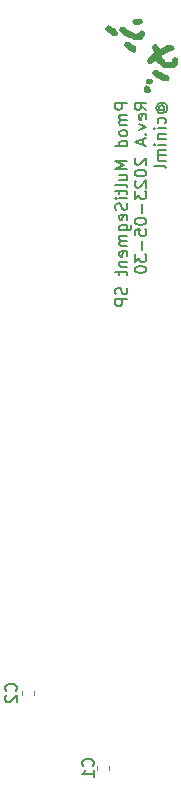
<source format=gbo>
G04 #@! TF.GenerationSoftware,KiCad,Pcbnew,7.0.1*
G04 #@! TF.CreationDate,2023-05-31T01:27:01+09:00*
G04 #@! TF.ProjectId,Pmod_MultiSegment_SinglePort,506d6f64-5f4d-4756-9c74-695365676d65,rev?*
G04 #@! TF.SameCoordinates,Original*
G04 #@! TF.FileFunction,Legend,Bot*
G04 #@! TF.FilePolarity,Positive*
%FSLAX46Y46*%
G04 Gerber Fmt 4.6, Leading zero omitted, Abs format (unit mm)*
G04 Created by KiCad (PCBNEW 7.0.1) date 2023-05-31 01:27:01*
%MOMM*%
%LPD*%
G01*
G04 APERTURE LIST*
%ADD10C,0.150000*%
%ADD11C,0.120000*%
%ADD12C,0.010000*%
G04 APERTURE END LIST*
D10*
X16622619Y27701904D02*
X15622619Y27701904D01*
X15622619Y27701904D02*
X15622619Y27320952D01*
X15622619Y27320952D02*
X15670238Y27225714D01*
X15670238Y27225714D02*
X15717857Y27178095D01*
X15717857Y27178095D02*
X15813095Y27130476D01*
X15813095Y27130476D02*
X15955952Y27130476D01*
X15955952Y27130476D02*
X16051190Y27178095D01*
X16051190Y27178095D02*
X16098809Y27225714D01*
X16098809Y27225714D02*
X16146428Y27320952D01*
X16146428Y27320952D02*
X16146428Y27701904D01*
X16622619Y26701904D02*
X15955952Y26701904D01*
X16051190Y26701904D02*
X16003571Y26654285D01*
X16003571Y26654285D02*
X15955952Y26559047D01*
X15955952Y26559047D02*
X15955952Y26416190D01*
X15955952Y26416190D02*
X16003571Y26320952D01*
X16003571Y26320952D02*
X16098809Y26273333D01*
X16098809Y26273333D02*
X16622619Y26273333D01*
X16098809Y26273333D02*
X16003571Y26225714D01*
X16003571Y26225714D02*
X15955952Y26130476D01*
X15955952Y26130476D02*
X15955952Y25987619D01*
X15955952Y25987619D02*
X16003571Y25892380D01*
X16003571Y25892380D02*
X16098809Y25844761D01*
X16098809Y25844761D02*
X16622619Y25844761D01*
X16622619Y25225714D02*
X16575000Y25320952D01*
X16575000Y25320952D02*
X16527380Y25368571D01*
X16527380Y25368571D02*
X16432142Y25416190D01*
X16432142Y25416190D02*
X16146428Y25416190D01*
X16146428Y25416190D02*
X16051190Y25368571D01*
X16051190Y25368571D02*
X16003571Y25320952D01*
X16003571Y25320952D02*
X15955952Y25225714D01*
X15955952Y25225714D02*
X15955952Y25082857D01*
X15955952Y25082857D02*
X16003571Y24987619D01*
X16003571Y24987619D02*
X16051190Y24940000D01*
X16051190Y24940000D02*
X16146428Y24892381D01*
X16146428Y24892381D02*
X16432142Y24892381D01*
X16432142Y24892381D02*
X16527380Y24940000D01*
X16527380Y24940000D02*
X16575000Y24987619D01*
X16575000Y24987619D02*
X16622619Y25082857D01*
X16622619Y25082857D02*
X16622619Y25225714D01*
X16622619Y24035238D02*
X15622619Y24035238D01*
X16575000Y24035238D02*
X16622619Y24130476D01*
X16622619Y24130476D02*
X16622619Y24320952D01*
X16622619Y24320952D02*
X16575000Y24416190D01*
X16575000Y24416190D02*
X16527380Y24463809D01*
X16527380Y24463809D02*
X16432142Y24511428D01*
X16432142Y24511428D02*
X16146428Y24511428D01*
X16146428Y24511428D02*
X16051190Y24463809D01*
X16051190Y24463809D02*
X16003571Y24416190D01*
X16003571Y24416190D02*
X15955952Y24320952D01*
X15955952Y24320952D02*
X15955952Y24130476D01*
X15955952Y24130476D02*
X16003571Y24035238D01*
X16622619Y22797142D02*
X15622619Y22797142D01*
X15622619Y22797142D02*
X16336904Y22463809D01*
X16336904Y22463809D02*
X15622619Y22130476D01*
X15622619Y22130476D02*
X16622619Y22130476D01*
X15955952Y21225714D02*
X16622619Y21225714D01*
X15955952Y21654285D02*
X16479761Y21654285D01*
X16479761Y21654285D02*
X16575000Y21606666D01*
X16575000Y21606666D02*
X16622619Y21511428D01*
X16622619Y21511428D02*
X16622619Y21368571D01*
X16622619Y21368571D02*
X16575000Y21273333D01*
X16575000Y21273333D02*
X16527380Y21225714D01*
X16622619Y20606666D02*
X16575000Y20701904D01*
X16575000Y20701904D02*
X16479761Y20749523D01*
X16479761Y20749523D02*
X15622619Y20749523D01*
X15955952Y20368570D02*
X15955952Y19987618D01*
X15622619Y20225713D02*
X16479761Y20225713D01*
X16479761Y20225713D02*
X16575000Y20178094D01*
X16575000Y20178094D02*
X16622619Y20082856D01*
X16622619Y20082856D02*
X16622619Y19987618D01*
X16622619Y19654284D02*
X15955952Y19654284D01*
X15622619Y19654284D02*
X15670238Y19701903D01*
X15670238Y19701903D02*
X15717857Y19654284D01*
X15717857Y19654284D02*
X15670238Y19606665D01*
X15670238Y19606665D02*
X15622619Y19654284D01*
X15622619Y19654284D02*
X15717857Y19654284D01*
X16575000Y19225713D02*
X16622619Y19082856D01*
X16622619Y19082856D02*
X16622619Y18844761D01*
X16622619Y18844761D02*
X16575000Y18749523D01*
X16575000Y18749523D02*
X16527380Y18701904D01*
X16527380Y18701904D02*
X16432142Y18654285D01*
X16432142Y18654285D02*
X16336904Y18654285D01*
X16336904Y18654285D02*
X16241666Y18701904D01*
X16241666Y18701904D02*
X16194047Y18749523D01*
X16194047Y18749523D02*
X16146428Y18844761D01*
X16146428Y18844761D02*
X16098809Y19035237D01*
X16098809Y19035237D02*
X16051190Y19130475D01*
X16051190Y19130475D02*
X16003571Y19178094D01*
X16003571Y19178094D02*
X15908333Y19225713D01*
X15908333Y19225713D02*
X15813095Y19225713D01*
X15813095Y19225713D02*
X15717857Y19178094D01*
X15717857Y19178094D02*
X15670238Y19130475D01*
X15670238Y19130475D02*
X15622619Y19035237D01*
X15622619Y19035237D02*
X15622619Y18797142D01*
X15622619Y18797142D02*
X15670238Y18654285D01*
X16575000Y17844761D02*
X16622619Y17939999D01*
X16622619Y17939999D02*
X16622619Y18130475D01*
X16622619Y18130475D02*
X16575000Y18225713D01*
X16575000Y18225713D02*
X16479761Y18273332D01*
X16479761Y18273332D02*
X16098809Y18273332D01*
X16098809Y18273332D02*
X16003571Y18225713D01*
X16003571Y18225713D02*
X15955952Y18130475D01*
X15955952Y18130475D02*
X15955952Y17939999D01*
X15955952Y17939999D02*
X16003571Y17844761D01*
X16003571Y17844761D02*
X16098809Y17797142D01*
X16098809Y17797142D02*
X16194047Y17797142D01*
X16194047Y17797142D02*
X16289285Y18273332D01*
X15955952Y16939999D02*
X16765476Y16939999D01*
X16765476Y16939999D02*
X16860714Y16987618D01*
X16860714Y16987618D02*
X16908333Y17035237D01*
X16908333Y17035237D02*
X16955952Y17130475D01*
X16955952Y17130475D02*
X16955952Y17273332D01*
X16955952Y17273332D02*
X16908333Y17368570D01*
X16575000Y16939999D02*
X16622619Y17035237D01*
X16622619Y17035237D02*
X16622619Y17225713D01*
X16622619Y17225713D02*
X16575000Y17320951D01*
X16575000Y17320951D02*
X16527380Y17368570D01*
X16527380Y17368570D02*
X16432142Y17416189D01*
X16432142Y17416189D02*
X16146428Y17416189D01*
X16146428Y17416189D02*
X16051190Y17368570D01*
X16051190Y17368570D02*
X16003571Y17320951D01*
X16003571Y17320951D02*
X15955952Y17225713D01*
X15955952Y17225713D02*
X15955952Y17035237D01*
X15955952Y17035237D02*
X16003571Y16939999D01*
X16622619Y16463808D02*
X15955952Y16463808D01*
X16051190Y16463808D02*
X16003571Y16416189D01*
X16003571Y16416189D02*
X15955952Y16320951D01*
X15955952Y16320951D02*
X15955952Y16178094D01*
X15955952Y16178094D02*
X16003571Y16082856D01*
X16003571Y16082856D02*
X16098809Y16035237D01*
X16098809Y16035237D02*
X16622619Y16035237D01*
X16098809Y16035237D02*
X16003571Y15987618D01*
X16003571Y15987618D02*
X15955952Y15892380D01*
X15955952Y15892380D02*
X15955952Y15749523D01*
X15955952Y15749523D02*
X16003571Y15654284D01*
X16003571Y15654284D02*
X16098809Y15606665D01*
X16098809Y15606665D02*
X16622619Y15606665D01*
X16575000Y14749523D02*
X16622619Y14844761D01*
X16622619Y14844761D02*
X16622619Y15035237D01*
X16622619Y15035237D02*
X16575000Y15130475D01*
X16575000Y15130475D02*
X16479761Y15178094D01*
X16479761Y15178094D02*
X16098809Y15178094D01*
X16098809Y15178094D02*
X16003571Y15130475D01*
X16003571Y15130475D02*
X15955952Y15035237D01*
X15955952Y15035237D02*
X15955952Y14844761D01*
X15955952Y14844761D02*
X16003571Y14749523D01*
X16003571Y14749523D02*
X16098809Y14701904D01*
X16098809Y14701904D02*
X16194047Y14701904D01*
X16194047Y14701904D02*
X16289285Y15178094D01*
X15955952Y14273332D02*
X16622619Y14273332D01*
X16051190Y14273332D02*
X16003571Y14225713D01*
X16003571Y14225713D02*
X15955952Y14130475D01*
X15955952Y14130475D02*
X15955952Y13987618D01*
X15955952Y13987618D02*
X16003571Y13892380D01*
X16003571Y13892380D02*
X16098809Y13844761D01*
X16098809Y13844761D02*
X16622619Y13844761D01*
X15955952Y13511427D02*
X15955952Y13130475D01*
X15622619Y13368570D02*
X16479761Y13368570D01*
X16479761Y13368570D02*
X16575000Y13320951D01*
X16575000Y13320951D02*
X16622619Y13225713D01*
X16622619Y13225713D02*
X16622619Y13130475D01*
X16575000Y12082855D02*
X16622619Y11939998D01*
X16622619Y11939998D02*
X16622619Y11701903D01*
X16622619Y11701903D02*
X16575000Y11606665D01*
X16575000Y11606665D02*
X16527380Y11559046D01*
X16527380Y11559046D02*
X16432142Y11511427D01*
X16432142Y11511427D02*
X16336904Y11511427D01*
X16336904Y11511427D02*
X16241666Y11559046D01*
X16241666Y11559046D02*
X16194047Y11606665D01*
X16194047Y11606665D02*
X16146428Y11701903D01*
X16146428Y11701903D02*
X16098809Y11892379D01*
X16098809Y11892379D02*
X16051190Y11987617D01*
X16051190Y11987617D02*
X16003571Y12035236D01*
X16003571Y12035236D02*
X15908333Y12082855D01*
X15908333Y12082855D02*
X15813095Y12082855D01*
X15813095Y12082855D02*
X15717857Y12035236D01*
X15717857Y12035236D02*
X15670238Y11987617D01*
X15670238Y11987617D02*
X15622619Y11892379D01*
X15622619Y11892379D02*
X15622619Y11654284D01*
X15622619Y11654284D02*
X15670238Y11511427D01*
X16622619Y11082855D02*
X15622619Y11082855D01*
X15622619Y11082855D02*
X15622619Y10701903D01*
X15622619Y10701903D02*
X15670238Y10606665D01*
X15670238Y10606665D02*
X15717857Y10559046D01*
X15717857Y10559046D02*
X15813095Y10511427D01*
X15813095Y10511427D02*
X15955952Y10511427D01*
X15955952Y10511427D02*
X16051190Y10559046D01*
X16051190Y10559046D02*
X16098809Y10606665D01*
X16098809Y10606665D02*
X16146428Y10701903D01*
X16146428Y10701903D02*
X16146428Y11082855D01*
X18242619Y27130476D02*
X17766428Y27463809D01*
X18242619Y27701904D02*
X17242619Y27701904D01*
X17242619Y27701904D02*
X17242619Y27320952D01*
X17242619Y27320952D02*
X17290238Y27225714D01*
X17290238Y27225714D02*
X17337857Y27178095D01*
X17337857Y27178095D02*
X17433095Y27130476D01*
X17433095Y27130476D02*
X17575952Y27130476D01*
X17575952Y27130476D02*
X17671190Y27178095D01*
X17671190Y27178095D02*
X17718809Y27225714D01*
X17718809Y27225714D02*
X17766428Y27320952D01*
X17766428Y27320952D02*
X17766428Y27701904D01*
X18195000Y26320952D02*
X18242619Y26416190D01*
X18242619Y26416190D02*
X18242619Y26606666D01*
X18242619Y26606666D02*
X18195000Y26701904D01*
X18195000Y26701904D02*
X18099761Y26749523D01*
X18099761Y26749523D02*
X17718809Y26749523D01*
X17718809Y26749523D02*
X17623571Y26701904D01*
X17623571Y26701904D02*
X17575952Y26606666D01*
X17575952Y26606666D02*
X17575952Y26416190D01*
X17575952Y26416190D02*
X17623571Y26320952D01*
X17623571Y26320952D02*
X17718809Y26273333D01*
X17718809Y26273333D02*
X17814047Y26273333D01*
X17814047Y26273333D02*
X17909285Y26749523D01*
X17575952Y25939999D02*
X18242619Y25701904D01*
X18242619Y25701904D02*
X17575952Y25463809D01*
X18147380Y25082856D02*
X18195000Y25035237D01*
X18195000Y25035237D02*
X18242619Y25082856D01*
X18242619Y25082856D02*
X18195000Y25130475D01*
X18195000Y25130475D02*
X18147380Y25082856D01*
X18147380Y25082856D02*
X18242619Y25082856D01*
X17956904Y24654285D02*
X17956904Y24178095D01*
X18242619Y24749523D02*
X17242619Y24416190D01*
X17242619Y24416190D02*
X18242619Y24082857D01*
X17337857Y23035237D02*
X17290238Y22987618D01*
X17290238Y22987618D02*
X17242619Y22892380D01*
X17242619Y22892380D02*
X17242619Y22654285D01*
X17242619Y22654285D02*
X17290238Y22559047D01*
X17290238Y22559047D02*
X17337857Y22511428D01*
X17337857Y22511428D02*
X17433095Y22463809D01*
X17433095Y22463809D02*
X17528333Y22463809D01*
X17528333Y22463809D02*
X17671190Y22511428D01*
X17671190Y22511428D02*
X18242619Y23082856D01*
X18242619Y23082856D02*
X18242619Y22463809D01*
X17242619Y21844761D02*
X17242619Y21749523D01*
X17242619Y21749523D02*
X17290238Y21654285D01*
X17290238Y21654285D02*
X17337857Y21606666D01*
X17337857Y21606666D02*
X17433095Y21559047D01*
X17433095Y21559047D02*
X17623571Y21511428D01*
X17623571Y21511428D02*
X17861666Y21511428D01*
X17861666Y21511428D02*
X18052142Y21559047D01*
X18052142Y21559047D02*
X18147380Y21606666D01*
X18147380Y21606666D02*
X18195000Y21654285D01*
X18195000Y21654285D02*
X18242619Y21749523D01*
X18242619Y21749523D02*
X18242619Y21844761D01*
X18242619Y21844761D02*
X18195000Y21939999D01*
X18195000Y21939999D02*
X18147380Y21987618D01*
X18147380Y21987618D02*
X18052142Y22035237D01*
X18052142Y22035237D02*
X17861666Y22082856D01*
X17861666Y22082856D02*
X17623571Y22082856D01*
X17623571Y22082856D02*
X17433095Y22035237D01*
X17433095Y22035237D02*
X17337857Y21987618D01*
X17337857Y21987618D02*
X17290238Y21939999D01*
X17290238Y21939999D02*
X17242619Y21844761D01*
X17337857Y21130475D02*
X17290238Y21082856D01*
X17290238Y21082856D02*
X17242619Y20987618D01*
X17242619Y20987618D02*
X17242619Y20749523D01*
X17242619Y20749523D02*
X17290238Y20654285D01*
X17290238Y20654285D02*
X17337857Y20606666D01*
X17337857Y20606666D02*
X17433095Y20559047D01*
X17433095Y20559047D02*
X17528333Y20559047D01*
X17528333Y20559047D02*
X17671190Y20606666D01*
X17671190Y20606666D02*
X18242619Y21178094D01*
X18242619Y21178094D02*
X18242619Y20559047D01*
X17242619Y20225713D02*
X17242619Y19606666D01*
X17242619Y19606666D02*
X17623571Y19939999D01*
X17623571Y19939999D02*
X17623571Y19797142D01*
X17623571Y19797142D02*
X17671190Y19701904D01*
X17671190Y19701904D02*
X17718809Y19654285D01*
X17718809Y19654285D02*
X17814047Y19606666D01*
X17814047Y19606666D02*
X18052142Y19606666D01*
X18052142Y19606666D02*
X18147380Y19654285D01*
X18147380Y19654285D02*
X18195000Y19701904D01*
X18195000Y19701904D02*
X18242619Y19797142D01*
X18242619Y19797142D02*
X18242619Y20082856D01*
X18242619Y20082856D02*
X18195000Y20178094D01*
X18195000Y20178094D02*
X18147380Y20225713D01*
X17861666Y19178094D02*
X17861666Y18416190D01*
X17242619Y17749523D02*
X17242619Y17654285D01*
X17242619Y17654285D02*
X17290238Y17559047D01*
X17290238Y17559047D02*
X17337857Y17511428D01*
X17337857Y17511428D02*
X17433095Y17463809D01*
X17433095Y17463809D02*
X17623571Y17416190D01*
X17623571Y17416190D02*
X17861666Y17416190D01*
X17861666Y17416190D02*
X18052142Y17463809D01*
X18052142Y17463809D02*
X18147380Y17511428D01*
X18147380Y17511428D02*
X18195000Y17559047D01*
X18195000Y17559047D02*
X18242619Y17654285D01*
X18242619Y17654285D02*
X18242619Y17749523D01*
X18242619Y17749523D02*
X18195000Y17844761D01*
X18195000Y17844761D02*
X18147380Y17892380D01*
X18147380Y17892380D02*
X18052142Y17939999D01*
X18052142Y17939999D02*
X17861666Y17987618D01*
X17861666Y17987618D02*
X17623571Y17987618D01*
X17623571Y17987618D02*
X17433095Y17939999D01*
X17433095Y17939999D02*
X17337857Y17892380D01*
X17337857Y17892380D02*
X17290238Y17844761D01*
X17290238Y17844761D02*
X17242619Y17749523D01*
X17242619Y16511428D02*
X17242619Y16987618D01*
X17242619Y16987618D02*
X17718809Y17035237D01*
X17718809Y17035237D02*
X17671190Y16987618D01*
X17671190Y16987618D02*
X17623571Y16892380D01*
X17623571Y16892380D02*
X17623571Y16654285D01*
X17623571Y16654285D02*
X17671190Y16559047D01*
X17671190Y16559047D02*
X17718809Y16511428D01*
X17718809Y16511428D02*
X17814047Y16463809D01*
X17814047Y16463809D02*
X18052142Y16463809D01*
X18052142Y16463809D02*
X18147380Y16511428D01*
X18147380Y16511428D02*
X18195000Y16559047D01*
X18195000Y16559047D02*
X18242619Y16654285D01*
X18242619Y16654285D02*
X18242619Y16892380D01*
X18242619Y16892380D02*
X18195000Y16987618D01*
X18195000Y16987618D02*
X18147380Y17035237D01*
X17861666Y16035237D02*
X17861666Y15273333D01*
X17242619Y14892380D02*
X17242619Y14273333D01*
X17242619Y14273333D02*
X17623571Y14606666D01*
X17623571Y14606666D02*
X17623571Y14463809D01*
X17623571Y14463809D02*
X17671190Y14368571D01*
X17671190Y14368571D02*
X17718809Y14320952D01*
X17718809Y14320952D02*
X17814047Y14273333D01*
X17814047Y14273333D02*
X18052142Y14273333D01*
X18052142Y14273333D02*
X18147380Y14320952D01*
X18147380Y14320952D02*
X18195000Y14368571D01*
X18195000Y14368571D02*
X18242619Y14463809D01*
X18242619Y14463809D02*
X18242619Y14749523D01*
X18242619Y14749523D02*
X18195000Y14844761D01*
X18195000Y14844761D02*
X18147380Y14892380D01*
X17242619Y13654285D02*
X17242619Y13559047D01*
X17242619Y13559047D02*
X17290238Y13463809D01*
X17290238Y13463809D02*
X17337857Y13416190D01*
X17337857Y13416190D02*
X17433095Y13368571D01*
X17433095Y13368571D02*
X17623571Y13320952D01*
X17623571Y13320952D02*
X17861666Y13320952D01*
X17861666Y13320952D02*
X18052142Y13368571D01*
X18052142Y13368571D02*
X18147380Y13416190D01*
X18147380Y13416190D02*
X18195000Y13463809D01*
X18195000Y13463809D02*
X18242619Y13559047D01*
X18242619Y13559047D02*
X18242619Y13654285D01*
X18242619Y13654285D02*
X18195000Y13749523D01*
X18195000Y13749523D02*
X18147380Y13797142D01*
X18147380Y13797142D02*
X18052142Y13844761D01*
X18052142Y13844761D02*
X17861666Y13892380D01*
X17861666Y13892380D02*
X17623571Y13892380D01*
X17623571Y13892380D02*
X17433095Y13844761D01*
X17433095Y13844761D02*
X17337857Y13797142D01*
X17337857Y13797142D02*
X17290238Y13749523D01*
X17290238Y13749523D02*
X17242619Y13654285D01*
X19386428Y27082857D02*
X19338809Y27130476D01*
X19338809Y27130476D02*
X19291190Y27225714D01*
X19291190Y27225714D02*
X19291190Y27320952D01*
X19291190Y27320952D02*
X19338809Y27416190D01*
X19338809Y27416190D02*
X19386428Y27463809D01*
X19386428Y27463809D02*
X19481666Y27511428D01*
X19481666Y27511428D02*
X19576904Y27511428D01*
X19576904Y27511428D02*
X19672142Y27463809D01*
X19672142Y27463809D02*
X19719761Y27416190D01*
X19719761Y27416190D02*
X19767380Y27320952D01*
X19767380Y27320952D02*
X19767380Y27225714D01*
X19767380Y27225714D02*
X19719761Y27130476D01*
X19719761Y27130476D02*
X19672142Y27082857D01*
X19291190Y27082857D02*
X19672142Y27082857D01*
X19672142Y27082857D02*
X19719761Y27035238D01*
X19719761Y27035238D02*
X19719761Y26987619D01*
X19719761Y26987619D02*
X19672142Y26892380D01*
X19672142Y26892380D02*
X19576904Y26844761D01*
X19576904Y26844761D02*
X19338809Y26844761D01*
X19338809Y26844761D02*
X19195952Y26940000D01*
X19195952Y26940000D02*
X19100714Y27082857D01*
X19100714Y27082857D02*
X19053095Y27273333D01*
X19053095Y27273333D02*
X19100714Y27463809D01*
X19100714Y27463809D02*
X19195952Y27606666D01*
X19195952Y27606666D02*
X19338809Y27701904D01*
X19338809Y27701904D02*
X19529285Y27749523D01*
X19529285Y27749523D02*
X19719761Y27701904D01*
X19719761Y27701904D02*
X19862619Y27606666D01*
X19862619Y27606666D02*
X19957857Y27463809D01*
X19957857Y27463809D02*
X20005476Y27273333D01*
X20005476Y27273333D02*
X19957857Y27082857D01*
X19957857Y27082857D02*
X19862619Y26940000D01*
X19815000Y25987619D02*
X19862619Y26082857D01*
X19862619Y26082857D02*
X19862619Y26273333D01*
X19862619Y26273333D02*
X19815000Y26368571D01*
X19815000Y26368571D02*
X19767380Y26416190D01*
X19767380Y26416190D02*
X19672142Y26463809D01*
X19672142Y26463809D02*
X19386428Y26463809D01*
X19386428Y26463809D02*
X19291190Y26416190D01*
X19291190Y26416190D02*
X19243571Y26368571D01*
X19243571Y26368571D02*
X19195952Y26273333D01*
X19195952Y26273333D02*
X19195952Y26082857D01*
X19195952Y26082857D02*
X19243571Y25987619D01*
X19862619Y25559047D02*
X19195952Y25559047D01*
X18862619Y25559047D02*
X18910238Y25606666D01*
X18910238Y25606666D02*
X18957857Y25559047D01*
X18957857Y25559047D02*
X18910238Y25511428D01*
X18910238Y25511428D02*
X18862619Y25559047D01*
X18862619Y25559047D02*
X18957857Y25559047D01*
X19195952Y25082857D02*
X19862619Y25082857D01*
X19291190Y25082857D02*
X19243571Y25035238D01*
X19243571Y25035238D02*
X19195952Y24940000D01*
X19195952Y24940000D02*
X19195952Y24797143D01*
X19195952Y24797143D02*
X19243571Y24701905D01*
X19243571Y24701905D02*
X19338809Y24654286D01*
X19338809Y24654286D02*
X19862619Y24654286D01*
X19862619Y24178095D02*
X19195952Y24178095D01*
X18862619Y24178095D02*
X18910238Y24225714D01*
X18910238Y24225714D02*
X18957857Y24178095D01*
X18957857Y24178095D02*
X18910238Y24130476D01*
X18910238Y24130476D02*
X18862619Y24178095D01*
X18862619Y24178095D02*
X18957857Y24178095D01*
X19862619Y23701905D02*
X19195952Y23701905D01*
X19291190Y23701905D02*
X19243571Y23654286D01*
X19243571Y23654286D02*
X19195952Y23559048D01*
X19195952Y23559048D02*
X19195952Y23416191D01*
X19195952Y23416191D02*
X19243571Y23320953D01*
X19243571Y23320953D02*
X19338809Y23273334D01*
X19338809Y23273334D02*
X19862619Y23273334D01*
X19338809Y23273334D02*
X19243571Y23225715D01*
X19243571Y23225715D02*
X19195952Y23130477D01*
X19195952Y23130477D02*
X19195952Y22987620D01*
X19195952Y22987620D02*
X19243571Y22892381D01*
X19243571Y22892381D02*
X19338809Y22844762D01*
X19338809Y22844762D02*
X19862619Y22844762D01*
X19862619Y22225715D02*
X19815000Y22320953D01*
X19815000Y22320953D02*
X19719761Y22368572D01*
X19719761Y22368572D02*
X18862619Y22368572D01*
G04 #@! TO.C,C2*
X7192380Y-22058333D02*
X7240000Y-22010714D01*
X7240000Y-22010714D02*
X7287619Y-21867857D01*
X7287619Y-21867857D02*
X7287619Y-21772619D01*
X7287619Y-21772619D02*
X7240000Y-21629762D01*
X7240000Y-21629762D02*
X7144761Y-21534524D01*
X7144761Y-21534524D02*
X7049523Y-21486905D01*
X7049523Y-21486905D02*
X6859047Y-21439286D01*
X6859047Y-21439286D02*
X6716190Y-21439286D01*
X6716190Y-21439286D02*
X6525714Y-21486905D01*
X6525714Y-21486905D02*
X6430476Y-21534524D01*
X6430476Y-21534524D02*
X6335238Y-21629762D01*
X6335238Y-21629762D02*
X6287619Y-21772619D01*
X6287619Y-21772619D02*
X6287619Y-21867857D01*
X6287619Y-21867857D02*
X6335238Y-22010714D01*
X6335238Y-22010714D02*
X6382857Y-22058333D01*
X6382857Y-22439286D02*
X6335238Y-22486905D01*
X6335238Y-22486905D02*
X6287619Y-22582143D01*
X6287619Y-22582143D02*
X6287619Y-22820238D01*
X6287619Y-22820238D02*
X6335238Y-22915476D01*
X6335238Y-22915476D02*
X6382857Y-22963095D01*
X6382857Y-22963095D02*
X6478095Y-23010714D01*
X6478095Y-23010714D02*
X6573333Y-23010714D01*
X6573333Y-23010714D02*
X6716190Y-22963095D01*
X6716190Y-22963095D02*
X7287619Y-22391667D01*
X7287619Y-22391667D02*
X7287619Y-23010714D01*
G04 #@! TO.C,C1*
X13702380Y-28408333D02*
X13750000Y-28360714D01*
X13750000Y-28360714D02*
X13797619Y-28217857D01*
X13797619Y-28217857D02*
X13797619Y-28122619D01*
X13797619Y-28122619D02*
X13750000Y-27979762D01*
X13750000Y-27979762D02*
X13654761Y-27884524D01*
X13654761Y-27884524D02*
X13559523Y-27836905D01*
X13559523Y-27836905D02*
X13369047Y-27789286D01*
X13369047Y-27789286D02*
X13226190Y-27789286D01*
X13226190Y-27789286D02*
X13035714Y-27836905D01*
X13035714Y-27836905D02*
X12940476Y-27884524D01*
X12940476Y-27884524D02*
X12845238Y-27979762D01*
X12845238Y-27979762D02*
X12797619Y-28122619D01*
X12797619Y-28122619D02*
X12797619Y-28217857D01*
X12797619Y-28217857D02*
X12845238Y-28360714D01*
X12845238Y-28360714D02*
X12892857Y-28408333D01*
X13797619Y-29360714D02*
X13797619Y-28789286D01*
X13797619Y-29075000D02*
X12797619Y-29075000D01*
X12797619Y-29075000D02*
X12940476Y-28979762D01*
X12940476Y-28979762D02*
X13035714Y-28884524D01*
X13035714Y-28884524D02*
X13083333Y-28789286D01*
D11*
G04 #@! TO.C,C2*
X8765000Y-22084420D02*
X8765000Y-22365580D01*
X7745000Y-22084420D02*
X7745000Y-22365580D01*
G04 #@! TO.C,C1*
X14095000Y-28715580D02*
X14095000Y-28434420D01*
X15115000Y-28715580D02*
X15115000Y-28434420D01*
G04 #@! TO.C,LOGO1*
D12*
X18529721Y29765175D02*
X18636972Y29715951D01*
X18691088Y29655464D01*
X18711334Y29565103D01*
X18707335Y29518002D01*
X18666684Y29432839D01*
X18581733Y29382055D01*
X18451927Y29365222D01*
X18445353Y29365235D01*
X18355002Y29371342D01*
X18295521Y29394738D01*
X18243223Y29444407D01*
X18211852Y29483466D01*
X18180560Y29548185D01*
X18192537Y29609841D01*
X18248176Y29687612D01*
X18291515Y29732931D01*
X18353551Y29766216D01*
X18441925Y29774444D01*
X18529721Y29765175D01*
G36*
X18529721Y29765175D02*
G01*
X18636972Y29715951D01*
X18691088Y29655464D01*
X18711334Y29565103D01*
X18707335Y29518002D01*
X18666684Y29432839D01*
X18581733Y29382055D01*
X18451927Y29365222D01*
X18445353Y29365235D01*
X18355002Y29371342D01*
X18295521Y29394738D01*
X18243223Y29444407D01*
X18211852Y29483466D01*
X18180560Y29548185D01*
X18192537Y29609841D01*
X18248176Y29687612D01*
X18291515Y29732931D01*
X18353551Y29766216D01*
X18441925Y29774444D01*
X18529721Y29765175D01*
G37*
X18277724Y29194982D02*
X18357949Y29147671D01*
X18456145Y29052798D01*
X18501382Y29002165D01*
X18546674Y28940198D01*
X18563104Y28889587D01*
X18558483Y28833602D01*
X18544971Y28760413D01*
X18536825Y28709055D01*
X18516614Y28690240D01*
X18449347Y28677766D01*
X18330632Y28673778D01*
X18128672Y28673778D01*
X18066205Y28798856D01*
X18043428Y28849286D01*
X18019814Y28955770D01*
X18044318Y29047960D01*
X18119113Y29139872D01*
X18136709Y29155827D01*
X18206850Y29196958D01*
X18277724Y29194982D01*
G36*
X18277724Y29194982D02*
G01*
X18357949Y29147671D01*
X18456145Y29052798D01*
X18501382Y29002165D01*
X18546674Y28940198D01*
X18563104Y28889587D01*
X18558483Y28833602D01*
X18544971Y28760413D01*
X18536825Y28709055D01*
X18516614Y28690240D01*
X18449347Y28677766D01*
X18330632Y28673778D01*
X18128672Y28673778D01*
X18066205Y28798856D01*
X18043428Y28849286D01*
X18019814Y28955770D01*
X18044318Y29047960D01*
X18119113Y29139872D01*
X18136709Y29155827D01*
X18206850Y29196958D01*
X18277724Y29194982D01*
G37*
X17494069Y34854331D02*
X17611630Y34851259D01*
X17690761Y34842145D01*
X17745605Y34824530D01*
X17790305Y34795951D01*
X17824945Y34760850D01*
X17863052Y34673103D01*
X17856831Y34579438D01*
X17805316Y34498985D01*
X17765983Y34472756D01*
X17706324Y34454341D01*
X17615355Y34442719D01*
X17480524Y34435434D01*
X17215084Y34425646D01*
X17130653Y34516030D01*
X17082561Y34571762D01*
X17052168Y34633435D01*
X17064694Y34692438D01*
X17119287Y34767612D01*
X17126562Y34776228D01*
X17161834Y34813910D01*
X17198454Y34837001D01*
X17250198Y34849073D01*
X17330838Y34853697D01*
X17454147Y34854444D01*
X17494069Y34854331D01*
G36*
X17494069Y34854331D02*
G01*
X17611630Y34851259D01*
X17690761Y34842145D01*
X17745605Y34824530D01*
X17790305Y34795951D01*
X17824945Y34760850D01*
X17863052Y34673103D01*
X17856831Y34579438D01*
X17805316Y34498985D01*
X17765983Y34472756D01*
X17706324Y34454341D01*
X17615355Y34442719D01*
X17480524Y34435434D01*
X17215084Y34425646D01*
X17130653Y34516030D01*
X17082561Y34571762D01*
X17052168Y34633435D01*
X17064694Y34692438D01*
X17119287Y34767612D01*
X17126562Y34776228D01*
X17161834Y34813910D01*
X17198454Y34837001D01*
X17250198Y34849073D01*
X17330838Y34853697D01*
X17454147Y34854444D01*
X17494069Y34854331D01*
G37*
X15040111Y34274508D02*
X15104366Y34235305D01*
X15171100Y34194002D01*
X15256339Y34160240D01*
X15284633Y34148229D01*
X15356787Y34101105D01*
X15447401Y34029064D01*
X15543389Y33942054D01*
X15580188Y33906184D01*
X15664594Y33819240D01*
X15715815Y33755189D01*
X15741175Y33703741D01*
X15748000Y33654604D01*
X15747440Y33637765D01*
X15716272Y33545162D01*
X15637485Y33482754D01*
X15511215Y33450657D01*
X15476204Y33447118D01*
X15418588Y33447559D01*
X15369528Y33464966D01*
X15312799Y33506918D01*
X15232176Y33580995D01*
X15223491Y33589127D01*
X15142102Y33658170D01*
X15071040Y33707022D01*
X15024831Y33725555D01*
X14956829Y33742390D01*
X14876708Y33801213D01*
X14812153Y33886828D01*
X14774793Y33982964D01*
X14776260Y34073349D01*
X14811558Y34142381D01*
X14869608Y34213148D01*
X14933727Y34267976D01*
X14987474Y34290000D01*
X15040111Y34274508D01*
G36*
X15040111Y34274508D02*
G01*
X15104366Y34235305D01*
X15171100Y34194002D01*
X15256339Y34160240D01*
X15284633Y34148229D01*
X15356787Y34101105D01*
X15447401Y34029064D01*
X15543389Y33942054D01*
X15580188Y33906184D01*
X15664594Y33819240D01*
X15715815Y33755189D01*
X15741175Y33703741D01*
X15748000Y33654604D01*
X15747440Y33637765D01*
X15716272Y33545162D01*
X15637485Y33482754D01*
X15511215Y33450657D01*
X15476204Y33447118D01*
X15418588Y33447559D01*
X15369528Y33464966D01*
X15312799Y33506918D01*
X15232176Y33580995D01*
X15223491Y33589127D01*
X15142102Y33658170D01*
X15071040Y33707022D01*
X15024831Y33725555D01*
X14956829Y33742390D01*
X14876708Y33801213D01*
X14812153Y33886828D01*
X14774793Y33982964D01*
X14776260Y34073349D01*
X14811558Y34142381D01*
X14869608Y34213148D01*
X14933727Y34267976D01*
X14987474Y34290000D01*
X15040111Y34274508D01*
G37*
X16661912Y32877173D02*
X16727449Y32862708D01*
X16790450Y32825428D01*
X16871043Y32755745D01*
X16937359Y32700318D01*
X17030962Y32636715D01*
X17109635Y32598363D01*
X17123513Y32593485D01*
X17203042Y32552299D01*
X17257802Y32503560D01*
X17268716Y32483647D01*
X17291504Y32400975D01*
X17300222Y32296102D01*
X17300107Y32275606D01*
X17293542Y32190053D01*
X17271354Y32135496D01*
X17225861Y32090715D01*
X17200869Y32071861D01*
X17134023Y32037938D01*
X17073642Y32046770D01*
X16998999Y32099124D01*
X16996526Y32101172D01*
X16914986Y32152903D01*
X16830798Y32185309D01*
X16818479Y32189226D01*
X16755821Y32226090D01*
X16673488Y32290502D01*
X16582165Y32372071D01*
X16492537Y32460403D01*
X16415288Y32545105D01*
X16361103Y32615785D01*
X16340667Y32662049D01*
X16341893Y32671379D01*
X16366813Y32726154D01*
X16413731Y32792057D01*
X16462755Y32842204D01*
X16523628Y32871719D01*
X16612496Y32878889D01*
X16661912Y32877173D01*
G36*
X16661912Y32877173D02*
G01*
X16727449Y32862708D01*
X16790450Y32825428D01*
X16871043Y32755745D01*
X16937359Y32700318D01*
X17030962Y32636715D01*
X17109635Y32598363D01*
X17123513Y32593485D01*
X17203042Y32552299D01*
X17257802Y32503560D01*
X17268716Y32483647D01*
X17291504Y32400975D01*
X17300222Y32296102D01*
X17300107Y32275606D01*
X17293542Y32190053D01*
X17271354Y32135496D01*
X17225861Y32090715D01*
X17200869Y32071861D01*
X17134023Y32037938D01*
X17073642Y32046770D01*
X16998999Y32099124D01*
X16996526Y32101172D01*
X16914986Y32152903D01*
X16830798Y32185309D01*
X16818479Y32189226D01*
X16755821Y32226090D01*
X16673488Y32290502D01*
X16582165Y32372071D01*
X16492537Y32460403D01*
X16415288Y32545105D01*
X16361103Y32615785D01*
X16340667Y32662049D01*
X16341893Y32671379D01*
X16366813Y32726154D01*
X16413731Y32792057D01*
X16462755Y32842204D01*
X16523628Y32871719D01*
X16612496Y32878889D01*
X16661912Y32877173D01*
G37*
X19106260Y30467665D02*
X19194361Y30428072D01*
X19195123Y30427487D01*
X19270983Y30381363D01*
X19358612Y30343053D01*
X19364875Y30340868D01*
X19443020Y30306885D01*
X19499723Y30271549D01*
X19505546Y30266867D01*
X19567131Y30231885D01*
X19647465Y30199902D01*
X19661712Y30195070D01*
X19736176Y30161682D01*
X19783470Y30127593D01*
X19826749Y30096544D01*
X19897292Y30070640D01*
X19971350Y30043583D01*
X20050564Y29996222D01*
X20101336Y29939421D01*
X20122445Y29847326D01*
X20108680Y29763553D01*
X20058163Y29698419D01*
X19965088Y29657988D01*
X19823786Y29638290D01*
X19744115Y29634598D01*
X19663755Y29639173D01*
X19601334Y29659561D01*
X19534589Y29700555D01*
X19504005Y29720562D01*
X19432141Y29759128D01*
X19382260Y29774444D01*
X19374267Y29775277D01*
X19318614Y29798930D01*
X19252703Y29845000D01*
X19240716Y29854611D01*
X19169112Y29897947D01*
X19108217Y29915555D01*
X19077543Y29924180D01*
X19009604Y29965251D01*
X18928928Y30028941D01*
X18849696Y30102709D01*
X18786093Y30174010D01*
X18752301Y30230303D01*
X18757615Y30293993D01*
X18809220Y30382562D01*
X18863182Y30443663D01*
X18920537Y30473226D01*
X19005297Y30480000D01*
X19106260Y30467665D01*
G36*
X19106260Y30467665D02*
G01*
X19194361Y30428072D01*
X19195123Y30427487D01*
X19270983Y30381363D01*
X19358612Y30343053D01*
X19364875Y30340868D01*
X19443020Y30306885D01*
X19499723Y30271549D01*
X19505546Y30266867D01*
X19567131Y30231885D01*
X19647465Y30199902D01*
X19661712Y30195070D01*
X19736176Y30161682D01*
X19783470Y30127593D01*
X19826749Y30096544D01*
X19897292Y30070640D01*
X19971350Y30043583D01*
X20050564Y29996222D01*
X20101336Y29939421D01*
X20122445Y29847326D01*
X20108680Y29763553D01*
X20058163Y29698419D01*
X19965088Y29657988D01*
X19823786Y29638290D01*
X19744115Y29634598D01*
X19663755Y29639173D01*
X19601334Y29659561D01*
X19534589Y29700555D01*
X19504005Y29720562D01*
X19432141Y29759128D01*
X19382260Y29774444D01*
X19374267Y29775277D01*
X19318614Y29798930D01*
X19252703Y29845000D01*
X19240716Y29854611D01*
X19169112Y29897947D01*
X19108217Y29915555D01*
X19077543Y29924180D01*
X19009604Y29965251D01*
X18928928Y30028941D01*
X18849696Y30102709D01*
X18786093Y30174010D01*
X18752301Y30230303D01*
X18757615Y30293993D01*
X18809220Y30382562D01*
X18863182Y30443663D01*
X18920537Y30473226D01*
X19005297Y30480000D01*
X19106260Y30467665D01*
G37*
X16238579Y34147173D02*
X16304116Y34132708D01*
X16367116Y34095428D01*
X16447709Y34025745D01*
X16514080Y33970187D01*
X16606760Y33906969D01*
X16684132Y33869079D01*
X16698436Y33864187D01*
X16772866Y33830629D01*
X16820137Y33796481D01*
X16869226Y33763514D01*
X16942339Y33738825D01*
X16962410Y33733666D01*
X17050010Y33698414D01*
X17137736Y33648650D01*
X17200032Y33611207D01*
X17276596Y33588596D01*
X17373468Y33591721D01*
X17401176Y33595389D01*
X17479244Y33616447D01*
X17550587Y33659720D01*
X17635701Y33736526D01*
X17704459Y33799104D01*
X17769270Y33847956D01*
X17809968Y33866666D01*
X17812149Y33866642D01*
X17888322Y33840482D01*
X17956854Y33776662D01*
X17999190Y33692283D01*
X18009959Y33642816D01*
X18011715Y33520363D01*
X17968192Y33410250D01*
X17874943Y33298381D01*
X17749533Y33175222D01*
X17419045Y33165999D01*
X17324506Y33163571D01*
X17210477Y33162582D01*
X17132008Y33166815D01*
X17076249Y33178137D01*
X17030353Y33198410D01*
X16981469Y33229499D01*
X16896210Y33275290D01*
X16764912Y33302222D01*
X16684372Y33312092D01*
X16575666Y33369124D01*
X16573193Y33371172D01*
X16491652Y33422903D01*
X16407464Y33455309D01*
X16395146Y33459226D01*
X16332488Y33496090D01*
X16250155Y33560502D01*
X16158832Y33642071D01*
X16069204Y33730403D01*
X15991955Y33815105D01*
X15937770Y33885785D01*
X15917334Y33932049D01*
X15918559Y33941379D01*
X15943480Y33996154D01*
X15990398Y34062057D01*
X16039421Y34112204D01*
X16100295Y34141719D01*
X16189162Y34148889D01*
X16238579Y34147173D01*
G36*
X16238579Y34147173D02*
G01*
X16304116Y34132708D01*
X16367116Y34095428D01*
X16447709Y34025745D01*
X16514080Y33970187D01*
X16606760Y33906969D01*
X16684132Y33869079D01*
X16698436Y33864187D01*
X16772866Y33830629D01*
X16820137Y33796481D01*
X16869226Y33763514D01*
X16942339Y33738825D01*
X16962410Y33733666D01*
X17050010Y33698414D01*
X17137736Y33648650D01*
X17200032Y33611207D01*
X17276596Y33588596D01*
X17373468Y33591721D01*
X17401176Y33595389D01*
X17479244Y33616447D01*
X17550587Y33659720D01*
X17635701Y33736526D01*
X17704459Y33799104D01*
X17769270Y33847956D01*
X17809968Y33866666D01*
X17812149Y33866642D01*
X17888322Y33840482D01*
X17956854Y33776662D01*
X17999190Y33692283D01*
X18009959Y33642816D01*
X18011715Y33520363D01*
X17968192Y33410250D01*
X17874943Y33298381D01*
X17749533Y33175222D01*
X17419045Y33165999D01*
X17324506Y33163571D01*
X17210477Y33162582D01*
X17132008Y33166815D01*
X17076249Y33178137D01*
X17030353Y33198410D01*
X16981469Y33229499D01*
X16896210Y33275290D01*
X16764912Y33302222D01*
X16684372Y33312092D01*
X16575666Y33369124D01*
X16573193Y33371172D01*
X16491652Y33422903D01*
X16407464Y33455309D01*
X16395146Y33459226D01*
X16332488Y33496090D01*
X16250155Y33560502D01*
X16158832Y33642071D01*
X16069204Y33730403D01*
X15991955Y33815105D01*
X15937770Y33885785D01*
X15917334Y33932049D01*
X15918559Y33941379D01*
X15943480Y33996154D01*
X15990398Y34062057D01*
X16039421Y34112204D01*
X16100295Y34141719D01*
X16189162Y34148889D01*
X16238579Y34147173D01*
G37*
X18949575Y32737129D02*
X19016770Y32707972D01*
X19096465Y32645162D01*
X19175652Y32562070D01*
X19241320Y32472070D01*
X19280458Y32388532D01*
X19291037Y32352397D01*
X19321562Y32273457D01*
X19356029Y32246073D01*
X19405368Y32267268D01*
X19480506Y32334068D01*
X19534787Y32381086D01*
X19619394Y32438433D01*
X19689129Y32468429D01*
X19763759Y32496242D01*
X19827559Y32541822D01*
X19837255Y32551745D01*
X19872385Y32574795D01*
X19925551Y32588456D01*
X20009537Y32594991D01*
X20137124Y32596666D01*
X20275848Y32592126D01*
X20403080Y32572188D01*
X20486418Y32533489D01*
X20531953Y32472908D01*
X20545778Y32387326D01*
X20539983Y32332645D01*
X20498978Y32257342D01*
X20414255Y32206510D01*
X20280643Y32176026D01*
X20216932Y32164590D01*
X20128791Y32139282D01*
X20073510Y32111131D01*
X20067747Y32106407D01*
X20002499Y32067948D01*
X19920091Y32034346D01*
X19905844Y32029514D01*
X19831380Y31996126D01*
X19784085Y31962037D01*
X19744516Y31932544D01*
X19675550Y31906246D01*
X19643972Y31895662D01*
X19568921Y31851829D01*
X19495257Y31790673D01*
X19439181Y31726710D01*
X19416889Y31674455D01*
X19427488Y31649687D01*
X19470892Y31589509D01*
X19540060Y31507984D01*
X19626597Y31415477D01*
X19836305Y31200961D01*
X20042875Y31192162D01*
X20089646Y31190699D01*
X20226742Y31196664D01*
X20320010Y31222920D01*
X20377565Y31272990D01*
X20407525Y31350396D01*
X20410740Y31363690D01*
X20448103Y31446525D01*
X20506849Y31525865D01*
X20572835Y31585417D01*
X20631919Y31608889D01*
X20633292Y31608865D01*
X20688353Y31591154D01*
X20753639Y31550396D01*
X20777407Y31530556D01*
X20805118Y31496722D01*
X20820309Y31450021D01*
X20826697Y31375933D01*
X20828000Y31259939D01*
X20828000Y31027974D01*
X20699874Y30902154D01*
X20571748Y30776333D01*
X20090677Y30767389D01*
X19609605Y30758446D01*
X19293038Y31070778D01*
X19227153Y31135192D01*
X19124035Y31233479D01*
X19038262Y31312084D01*
X18977315Y31364223D01*
X18948675Y31383111D01*
X18947624Y31383025D01*
X18913387Y31361808D01*
X18853708Y31310457D01*
X18780828Y31239449D01*
X18744499Y31202905D01*
X18645844Y31115163D01*
X18567618Y31069193D01*
X18501283Y31061205D01*
X18438298Y31087409D01*
X18398331Y31120990D01*
X18337204Y31206059D01*
X18300011Y31302792D01*
X18297390Y31388461D01*
X18300224Y31396082D01*
X18335244Y31447981D01*
X18399971Y31524281D01*
X18484156Y31614597D01*
X18577547Y31708543D01*
X18669896Y31795734D01*
X18750951Y31865785D01*
X18810464Y31908311D01*
X18830796Y31924474D01*
X18861988Y31992631D01*
X18864320Y32087517D01*
X18838734Y32194067D01*
X18786170Y32297216D01*
X18766073Y32329113D01*
X18726898Y32409841D01*
X18711334Y32472623D01*
X18719391Y32511081D01*
X18759169Y32584689D01*
X18819138Y32658373D01*
X18884551Y32715085D01*
X18940665Y32737778D01*
X18949575Y32737129D01*
G36*
X18949575Y32737129D02*
G01*
X19016770Y32707972D01*
X19096465Y32645162D01*
X19175652Y32562070D01*
X19241320Y32472070D01*
X19280458Y32388532D01*
X19291037Y32352397D01*
X19321562Y32273457D01*
X19356029Y32246073D01*
X19405368Y32267268D01*
X19480506Y32334068D01*
X19534787Y32381086D01*
X19619394Y32438433D01*
X19689129Y32468429D01*
X19763759Y32496242D01*
X19827559Y32541822D01*
X19837255Y32551745D01*
X19872385Y32574795D01*
X19925551Y32588456D01*
X20009537Y32594991D01*
X20137124Y32596666D01*
X20275848Y32592126D01*
X20403080Y32572188D01*
X20486418Y32533489D01*
X20531953Y32472908D01*
X20545778Y32387326D01*
X20539983Y32332645D01*
X20498978Y32257342D01*
X20414255Y32206510D01*
X20280643Y32176026D01*
X20216932Y32164590D01*
X20128791Y32139282D01*
X20073510Y32111131D01*
X20067747Y32106407D01*
X20002499Y32067948D01*
X19920091Y32034346D01*
X19905844Y32029514D01*
X19831380Y31996126D01*
X19784085Y31962037D01*
X19744516Y31932544D01*
X19675550Y31906246D01*
X19643972Y31895662D01*
X19568921Y31851829D01*
X19495257Y31790673D01*
X19439181Y31726710D01*
X19416889Y31674455D01*
X19427488Y31649687D01*
X19470892Y31589509D01*
X19540060Y31507984D01*
X19626597Y31415477D01*
X19836305Y31200961D01*
X20042875Y31192162D01*
X20089646Y31190699D01*
X20226742Y31196664D01*
X20320010Y31222920D01*
X20377565Y31272990D01*
X20407525Y31350396D01*
X20410740Y31363690D01*
X20448103Y31446525D01*
X20506849Y31525865D01*
X20572835Y31585417D01*
X20631919Y31608889D01*
X20633292Y31608865D01*
X20688353Y31591154D01*
X20753639Y31550396D01*
X20777407Y31530556D01*
X20805118Y31496722D01*
X20820309Y31450021D01*
X20826697Y31375933D01*
X20828000Y31259939D01*
X20828000Y31027974D01*
X20699874Y30902154D01*
X20571748Y30776333D01*
X20090677Y30767389D01*
X19609605Y30758446D01*
X19293038Y31070778D01*
X19227153Y31135192D01*
X19124035Y31233479D01*
X19038262Y31312084D01*
X18977315Y31364223D01*
X18948675Y31383111D01*
X18947624Y31383025D01*
X18913387Y31361808D01*
X18853708Y31310457D01*
X18780828Y31239449D01*
X18744499Y31202905D01*
X18645844Y31115163D01*
X18567618Y31069193D01*
X18501283Y31061205D01*
X18438298Y31087409D01*
X18398331Y31120990D01*
X18337204Y31206059D01*
X18300011Y31302792D01*
X18297390Y31388461D01*
X18300224Y31396082D01*
X18335244Y31447981D01*
X18399971Y31524281D01*
X18484156Y31614597D01*
X18577547Y31708543D01*
X18669896Y31795734D01*
X18750951Y31865785D01*
X18810464Y31908311D01*
X18830796Y31924474D01*
X18861988Y31992631D01*
X18864320Y32087517D01*
X18838734Y32194067D01*
X18786170Y32297216D01*
X18766073Y32329113D01*
X18726898Y32409841D01*
X18711334Y32472623D01*
X18719391Y32511081D01*
X18759169Y32584689D01*
X18819138Y32658373D01*
X18884551Y32715085D01*
X18940665Y32737778D01*
X18949575Y32737129D01*
G37*
G04 #@! TD*
M02*

</source>
